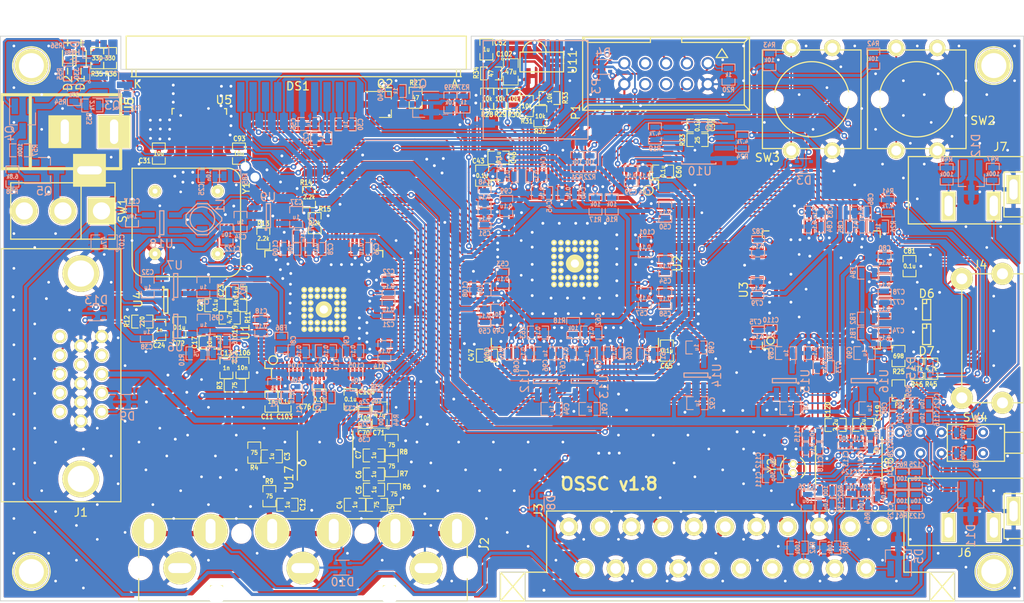
<source format=kicad_pcb>
(kicad_pcb (version 20211014) (generator pcbnew)

  (general
    (thickness 1.6)
  )

  (paper "A3")
  (layers
    (0 "F.Cu" signal)
    (1 "In1.Cu" signal)
    (2 "In2.Cu" signal)
    (31 "B.Cu" signal)
    (32 "B.Adhes" user "B.Adhesive")
    (33 "F.Adhes" user "F.Adhesive")
    (34 "B.Paste" user)
    (35 "F.Paste" user)
    (36 "B.SilkS" user "B.Silkscreen")
    (37 "F.SilkS" user "F.Silkscreen")
    (38 "B.Mask" user)
    (39 "F.Mask" user)
    (40 "Dwgs.User" user "User.Drawings")
    (41 "Cmts.User" user "User.Comments")
    (42 "Eco1.User" user "User.Eco1")
    (43 "Eco2.User" user "User.Eco2")
    (44 "Edge.Cuts" user)
    (45 "Margin" user)
    (46 "B.CrtYd" user "B.Courtyard")
    (47 "F.CrtYd" user "F.Courtyard")
    (48 "B.Fab" user)
    (49 "F.Fab" user)
  )

  (setup
    (stackup
      (layer "F.SilkS" (type "Top Silk Screen"))
      (layer "F.Paste" (type "Top Solder Paste"))
      (layer "F.Mask" (type "Top Solder Mask") (thickness 0.01))
      (layer "F.Cu" (type "copper") (thickness 0.035))
      (layer "dielectric 1" (type "core") (thickness 0.48) (material "FR4") (epsilon_r 4.5) (loss_tangent 0.02))
      (layer "In1.Cu" (type "copper") (thickness 0.035))
      (layer "dielectric 2" (type "prepreg") (thickness 0.48) (material "FR4") (epsilon_r 4.5) (loss_tangent 0.02))
      (layer "In2.Cu" (type "copper") (thickness 0.035))
      (layer "dielectric 3" (type "core") (thickness 0.48) (material "FR4") (epsilon_r 4.5) (loss_tangent 0.02))
      (layer "B.Cu" (type "copper") (thickness 0.035))
      (layer "B.Mask" (type "Bottom Solder Mask") (thickness 0.01))
      (layer "B.Paste" (type "Bottom Solder Paste"))
      (layer "B.SilkS" (type "Bottom Silk Screen"))
      (copper_finish "None")
      (dielectric_constraints no)
    )
    (pad_to_mask_clearance 0)
    (pcbplotparams
      (layerselection 0x00010fc_ffffffff)
      (disableapertmacros false)
      (usegerberextensions false)
      (usegerberattributes false)
      (usegerberadvancedattributes false)
      (creategerberjobfile false)
      (svguseinch false)
      (svgprecision 6)
      (excludeedgelayer true)
      (plotframeref false)
      (viasonmask false)
      (mode 1)
      (useauxorigin false)
      (hpglpennumber 1)
      (hpglpenspeed 20)
      (hpglpendiameter 15.000000)
      (dxfpolygonmode true)
      (dxfimperialunits true)
      (dxfusepcbnewfont true)
      (psnegative false)
      (psa4output false)
      (plotreference true)
      (plotvalue true)
      (plotinvisibletext false)
      (sketchpadsonfab false)
      (subtractmaskfromsilk false)
      (outputformat 1)
      (mirror false)
      (drillshape 0)
      (scaleselection 1)
      (outputdirectory "gerber/")
    )
  )

  (net 0 "")
  (net 1 "/fpga1/ASDO")
  (net 2 "/fpga1/DATA0")
  (net 3 "/fpga1/DCLK")
  (net 4 "/fpga1/HDMITX_HSYNC")
  (net 5 "/fpga1/HDMITX_INT_N")
  (net 6 "/fpga1/HDMITX_PCLK")
  (net 7 "/fpga1/HDMITX_R0")
  (net 8 "/fpga1/HDMITX_R1")
  (net 9 "/fpga1/HDMITX_R2")
  (net 10 "/fpga1/HDMITX_R3")
  (net 11 "/fpga1/HDMITX_R4")
  (net 12 "/fpga1/HDMITX_R5")
  (net 13 "/fpga1/HDMITX_R6")
  (net 14 "/fpga1/HDMITX_R7")
  (net 15 "/fpga1/HDMITX_VSYNC")
  (net 16 "/fpga1/IR_RX")
  (net 17 "/fpga1/LED0")
  (net 18 "/fpga1/LED1")
  (net 19 "/fpga1/SCL")
  (net 20 "/fpga1/SDA")
  (net 21 "/fpga1/SD_CLK")
  (net 22 "/fpga1/SD_CMD")
  (net 23 "/fpga1/SD_DAT0")
  (net 24 "/fpga1/SD_DAT1")
  (net 25 "/fpga1/SD_DAT2")
  (net 26 "/fpga1/SD_DAT3")
  (net 27 "/fpga1/TCK")
  (net 28 "/fpga1/TDI")
  (net 29 "/fpga1/TDO")
  (net 30 "/fpga1/TMS")
  (net 31 "/fpga1/VCCA")
  (net 32 "/fpga1/VCCD_PLL")
  (net 33 "/fpga1/VCCINT")
  (net 34 "/fpga1/nCSO")
  (net 35 "/hdmitx1/AVCC1V8")
  (net 36 "/hdmitx1/AVCC3V3")
  (net 37 "/fpga1/VCCIO")
  (net 38 "/tvp_board1/AV1_AUD_R")
  (net 39 "/tvp_board1/AV1_AUD_L")
  (net 40 "unconnected-(D3-Pad5)")
  (net 41 "unconnected-(D3-Pad4)")
  (net 42 "unconnected-(D9-Pad5)")
  (net 43 "unconnected-(D10-Pad5)")
  (net 44 "unconnected-(D13-Pad4)")
  (net 45 "/hdmitx1/DDC_SCL")
  (net 46 "/hdmitx1/DDC_SDA")
  (net 47 "unconnected-(D13-Pad5)")
  (net 48 "/hdmitx1/DVDD1V8")
  (net 49 "unconnected-(D15-Pad5)")
  (net 50 "unconnected-(J1-Pad9)")
  (net 51 "unconnected-(J1-Pad4)")
  (net 52 "unconnected-(J1-Pad11)")
  (net 53 "unconnected-(J1-Pad12)")
  (net 54 "unconnected-(J1-Pad15)")
  (net 55 "unconnected-(J3-Pad3)")
  (net 56 "unconnected-(J3-Pad8)")
  (net 57 "unconnected-(J3-Pad10)")
  (net 58 "/hdmitx1/HPD")
  (net 59 "/hdmitx1/TMDS_CLK+")
  (net 60 "/hdmitx1/TMDS_CLK-")
  (net 61 "/hdmitx1/TMDS_D0+")
  (net 62 "/hdmitx1/TMDS_D0-")
  (net 63 "/hdmitx1/TMDS_D1+")
  (net 64 "/hdmitx1/TMDS_D1-")
  (net 65 "/hdmitx1/TMDS_D2+")
  (net 66 "/hdmitx1/TMDS_D2-")
  (net 67 "/tvp_board1/AVDD")
  (net 68 "unconnected-(J3-Pad12)")
  (net 69 "unconnected-(J3-Pad16)")
  (net 70 "unconnected-(J3-Pad19)")
  (net 71 "unconnected-(J3-Pad1)")
  (net 72 "unconnected-(J4-Pad13)")
  (net 73 "unconnected-(J4-Pad14)")
  (net 74 "unconnected-(P1-Pad6)")
  (net 75 "unconnected-(P1-Pad7)")
  (net 76 "/tvp_board1/DVDD")
  (net 77 "unconnected-(P1-Pad8)")
  (net 78 "unconnected-(U1-Pad22)")
  (net 79 "/tvp_board1/VSOUT")
  (net 80 "/tvp_board1/HSOUT")
  (net 81 "/tvp_board1/SOGOUT")
  (net 82 "/tvp_board1/B_7")
  (net 83 "/tvp_board1/B_6")
  (net 84 "/tvp_board1/B_5")
  (net 85 "/tvp_board1/B_4")
  (net 86 "/tvp_board1/B_3")
  (net 87 "/tvp_board1/PCLK")
  (net 88 "/tvp_board1/B_2")
  (net 89 "/tvp_board1/B_1")
  (net 90 "/tvp_board1/B_0")
  (net 91 "unconnected-(U1-Pad37)")
  (net 92 "unconnected-(U1-Pad38)")
  (net 93 "/tvp_board1/G_7")
  (net 94 "/tvp_board1/G_6")
  (net 95 "/tvp_board1/G_5")
  (net 96 "/tvp_board1/RGB1_B")
  (net 97 "/tvp_board1/RGB1_G")
  (net 98 "/tvp_board1/RGB1_R")
  (net 99 "/tvp_board1/RGB1_S")
  (net 100 "/tvp_board1/RGB2_B")
  (net 101 "/tvp_board1/RGB2_G")
  (net 102 "/tvp_board1/RGB2_R")
  (net 103 "/tvp_board1/RGB3_B")
  (net 104 "/tvp_board1/RGB3_G")
  (net 105 "/tvp_board1/RGB3_R")
  (net 106 "/tvp_board1/G_4")
  (net 107 "GND")
  (net 108 "Net-(C1-Pad2)")
  (net 109 "Net-(C2-Pad2)")
  (net 110 "Net-(C3-Pad2)")
  (net 111 "Net-(C4-Pad2)")
  (net 112 "Net-(C5-Pad2)")
  (net 113 "Net-(C6-Pad2)")
  (net 114 "Net-(C7-Pad2)")
  (net 115 "Net-(C11-Pad2)")
  (net 116 "Net-(C12-Pad2)")
  (net 117 "Net-(C13-Pad2)")
  (net 118 "Net-(C15-Pad2)")
  (net 119 "Net-(C16-Pad2)")
  (net 120 "Net-(C17-Pad2)")
  (net 121 "Net-(C19-Pad1)")
  (net 122 "Net-(C19-Pad2)")
  (net 123 "Net-(C20-Pad2)")
  (net 124 "Net-(C24-Pad1)")
  (net 125 "Net-(C25-Pad1)")
  (net 126 "Net-(C29-Pad2)")
  (net 127 "Net-(C30-Pad1)")
  (net 128 "Net-(C30-Pad2)")
  (net 129 "Net-(C74-Pad1)")
  (net 130 "Net-(C77-Pad1)")
  (net 131 "Net-(C80-Pad1)")
  (net 132 "/tvp_board1/G_3")
  (net 133 "/tvp_board1/G_2")
  (net 134 "/tvp_board1/G_1")
  (net 135 "/tvp_board1/G_0")
  (net 136 "unconnected-(U1-Pad51)")
  (net 137 "unconnected-(U1-Pad52)")
  (net 138 "/tvp_board1/R_7")
  (net 139 "Net-(R11-Pad2)")
  (net 140 "Net-(R16-Pad2)")
  (net 141 "Net-(R24-Pad1)")
  (net 142 "Net-(R25-Pad1)")
  (net 143 "Net-(R26-Pad1)")
  (net 144 "/tvp_board1/R_6")
  (net 145 "/tvp_board1/R_5")
  (net 146 "/tvp_board1/R_4")
  (net 147 "/tvp_board1/R_3")
  (net 148 "/tvp_board1/R_2")
  (net 149 "/tvp_board1/R_1")
  (net 150 "/tvp_board1/R_0")
  (net 151 "unconnected-(U1-Pad64)")
  (net 152 "unconnected-(U1-Pad65)")
  (net 153 "/tvp_board1/CLK27")
  (net 154 "/fpga1/HDMITX_DE")
  (net 155 "/fpga1/HDMITX_B0")
  (net 156 "/fpga1/HDMITX_B1")
  (net 157 "/fpga1/HDMITX_B2")
  (net 158 "/fpga1/HDMITX_B3")
  (net 159 "/fpga1/HDMITX_B4")
  (net 160 "/fpga1/HDMITX_B5")
  (net 161 "/fpga1/HDMITX_B6")
  (net 162 "/fpga1/HDMITX_B7")
  (net 163 "Net-(R17-Pad1)")
  (net 164 "Net-(R18-Pad2)")
  (net 165 "Net-(R19-Pad1)")
  (net 166 "Net-(R23-Pad2)")
  (net 167 "Net-(DS1-Pad11)")
  (net 168 "/fpga1/HDMITX_G0")
  (net 169 "/fpga1/HDMITX_G1")
  (net 170 "Net-(F1-Pad1)")
  (net 171 "/tvp_board1/RGB_12_G")
  (net 172 "/tvp_board1/RGB_12_R")
  (net 173 "Net-(C76-Pad2)")
  (net 174 "/tvp_board1/RGB_12_B")
  (net 175 "Net-(C100-Pad2)")
  (net 176 "Net-(C103-Pad2)")
  (net 177 "Net-(C104-Pad2)")
  (net 178 "Net-(C105-Pad2)")
  (net 179 "/tvp_board1/RGB3_HS")
  (net 180 "/tvp_board1/RGB3_VS")
  (net 181 "/tvp_board1/RGB3_VS_B")
  (net 182 "/tvp_board1/RGB3_HS_B")
  (net 183 "Net-(C106-Pad1)")
  (net 184 "/fpga1/LCD_CS_N")
  (net 185 "/fpga1/LCD_RS")
  (net 186 "/fpga1/BTN0")
  (net 187 "/fpga1/BTN1")
  (net 188 "Net-(C23-Pad1)")
  (net 189 "/tvp_board1/AVDD_F")
  (net 190 "Net-(C102-Pad1)")
  (net 191 "Net-(C33-Pad2)")
  (net 192 "Net-(C36-Pad1)")
  (net 193 "/fpga1/RESET_N")
  (net 194 "Net-(Q1-Pad1)")
  (net 195 "Net-(Q1-Pad3)")
  (net 196 "Net-(Q2-Pad1)")
  (net 197 "Net-(Q2-Pad3)")
  (net 198 "/fpga1/LCD_BLEN")
  (net 199 "/hdmitx1/5V")
  (net 200 "/hdmitx1/5V_FUSED")
  (net 201 "Net-(C111-Pad1)")
  (net 202 "Net-(C112-Pad1)")
  (net 203 "/hdmitx1/AV2_AUD_R")
  (net 204 "Net-(C116-Pad2)")
  (net 205 "/fpga1/HDMITX_G2")
  (net 206 "Net-(C119-Pad1)")
  (net 207 "Net-(C120-Pad1)")
  (net 208 "/hdmitx1/AV2_AUD_L")
  (net 209 "Net-(C121-Pad2)")
  (net 210 "/fpga1/HDMITX_G3")
  (net 211 "Net-(C123-Pad1)")
  (net 212 "/hdmitx1/AV3_AUD_R")
  (net 213 "Net-(C124-Pad1)")
  (net 214 "Net-(C125-Pad1)")
  (net 215 "/hdmitx1/AV3_AUD_L")
  (net 216 "Net-(C126-Pad1)")
  (net 217 "/fpga1/HDMITX_G4")
  (net 218 "/hdmitx1/I2S_DATA")
  (net 219 "/hdmitx1/I2S_WS")
  (net 220 "/hdmitx1/I2S_BCK")
  (net 221 "/fpga1/HDMITX_G5")
  (net 222 "/fpga1/HDMITX_G6")
  (net 223 "/fpga1/HDMITX_G7")
  (net 224 "unconnected-(U3-Pad45)")
  (net 225 "unconnected-(U8-Pad19)")
  (net 226 "Net-(D1-Pad2)")
  (net 227 "Net-(D2-Pad2)")
  (net 228 "unconnected-(U8-Pad20)")
  (net 229 "unconnected-(U8-Pad21)")
  (net 230 "unconnected-(U8-Pad22)")
  (net 231 "unconnected-(U8-Pad3)")
  (net 232 "unconnected-(U8-Pad4)")
  (net 233 "unconnected-(U8-Pad5)")
  (net 234 "/tvp_board1/DVDD2V5")
  (net 235 "Net-(C127-Pad2)")
  (net 236 "Net-(C128-Pad1)")
  (net 237 "Net-(C129-Pad2)")
  (net 238 "Net-(C130-Pad1)")
  (net 239 "Net-(C131-Pad1)")
  (net 240 "Net-(C132-Pad2)")
  (net 241 "Net-(D11-Pad2)")
  (net 242 "Net-(D11-Pad1)")
  (net 243 "unconnected-(U17-Pad1)")
  (net 244 "Net-(D14-Pad1)")
  (net 245 "unconnected-(U17-Pad20)")
  (net 246 "Net-(F1-Pad2)")
  (net 247 "Net-(L1-Pad1)")
  (net 248 "Net-(Q3-Pad2)")
  (net 249 "Net-(Q3-Pad1)")
  (net 250 "Net-(Q4-Pad3)")
  (net 251 "Net-(Q4-Pad1)")
  (net 252 "Net-(Q5-Pad3)")
  (net 253 "unconnected-(Y1-Pad1)")

  (footprint "custom_components:SM0603_Capa_libcms" (layer "F.Cu") (at 40.3965 68.1727))

  (footprint "custom_components:SM0603_Capa_libcms" (layer "F.Cu") (at 50.5184 74.066 180))

  (footprint "custom_components:SM0603_Capa_libcms" (layer "F.Cu") (at 52.8425 72.224 180))

  (footprint "custom_components:SM0603_Capa_libcms" (layer "F.Cu") (at 52.8171 70.3571 180))

  (footprint "custom_components:SM0603_Capa_libcms" (layer "F.Cu") (at 52.8171 68.0584 180))

  (footprint "custom_components:SM0603_Capa_libcms" (layer "F.Cu") (at 40.3584 61.5052 90))

  (footprint "custom_components:SM0603_Capa_libcms" (layer "F.Cu") (at 42.301 74.066))

  (footprint "custom_components:SM0603_Capa_libcms" (layer "F.Cu") (at 34.872 57.4158 90))

  (footprint "custom_components:SM0603_Capa_libcms" (layer "F.Cu") (at 32.84 54.317))

  (footprint "custom_components:SM0603_Capa_libcms" (layer "F.Cu") (at 35.277 51.283 180))

  (footprint "custom_components:SM0603_Capa_libcms" (layer "F.Cu") (at 33.528 49.779))

  (footprint "custom_components:SM0603_Capa_libcms" (layer "F.Cu") (at 36.062 48.265 180))

  (footprint "custom_components:SM0603_Capa_libcms" (layer "F.Cu") (at 26.7059 52.7803 -90))

  (footprint "custom_components:SM0603_Capa_libcms" (layer "F.Cu") (at 26.645 31.313 90))

  (footprint "custom_components:SM0603_Capa_libcms" (layer "F.Cu") (at 66 34 90))

  (footprint "custom_components:SM0603_Capa_libcms" (layer "F.Cu") (at 68 31.8 180))

  (footprint "custom_components:SM0603_Capa_libcms" (layer "F.Cu") (at 66.6 55.9 180))

  (footprint "custom_components:SM0603_Capa_libcms" (layer "F.Cu") (at 66.5204 18.63 -90))

  (footprint "custom_components:SM0603_Capa_libcms" (layer "F.Cu") (at 92.2125 27.8883 180))

  (footprint "custom_components:SM0603_Capa_libcms" (layer "F.Cu") (at 88.021 33.498))

  (footprint "custom_components:SM0603_Capa_libcms" (layer "F.Cu") (at 88.5 55.3 -90))

  (footprint "custom_components:SM0603_Capa_libcms" (layer "F.Cu") (at 118.04 45.01 -90))

  (footprint "custom_components:SM0603_Capa_libcms" (layer "F.Cu") (at 36.405 31.318 90))

  (footprint "custom_components:SM0805_libcms" (layer "F.Cu") (at 69.494 21.361 -90))

  (footprint "custom_components:BARREL_JACK_roundconn" (layer "F.Cu") (at 15.002 28.649))

  (footprint "custom_components:VGA_CONN" (layer "F.Cu") (at 17.1555 59.2954 -90))

  (footprint "custom_components:IRM-V5XX_TR1" (layer "F.Cu") (at 73.2641 21.3605))

  (footprint "Connect:VASCH5x2" (layer "F.Cu") (at 88.4 21.59 180))

  (footprint "Connect:1pin" (layer "F.Cu") (at 11.13 20.6))

  (footprint "Connect:1pin" (layer "F.Cu") (at 11.13 82.2))

  (footprint "Connect:1pin" (layer "F.Cu") (at 128.3 82.2))

  (footprint "Connect:1pin" (layer "F.Cu") (at 128.3 20.6))

  (footprint "custom_components:SM0603_Resistor_libcms" (layer "F.Cu") (at 38.2629 67.7155 90))

  (footprint "custom_components:SM0603_Resistor_libcms" (layer "F.Cu") (at 53.1727 74.0782))

  (footprint "custom_components:SM0603_Resistor_libcms" (layer "F.Cu") (at 55.2809 72.7701 -90))

  (footprint "custom_components:SM0603_Resistor_libcms" (layer "F.Cu") (at 55.0015 69.3665 90))

  (footprint "custom_components:SM0603_Resistor_libcms" (layer "F.Cu") (at 54.997 66.785 90))

  (footprint "custom_components:SM0603_Resistor_libcms" (layer "F.Cu") (at 40.104 73.015 90))

  (footprint "custom_components:SM0603_Resistor_libcms" (layer "F.Cu") (at 36.063 49.779))

  (footprint "custom_components:SM0603_Resistor_libcms" (layer "F.Cu") (at 24.6358 51.7643 180))

  (footprint "custom_components:SM0603_Resistor_libcms" (layer "F.Cu") (at 39.37 41.656 -90))

  (footprint "custom_components:SM0603_Resistor_libcms" (layer "F.Cu") (at 44.931 36.606 90))

  (footprint "custom_components:SM0603_Resistor_libcms" (layer "F.Cu") (at 45.6162 39.7755 -90))

  (footprint "custom_components:SM0603_Resistor_libcms" (layer "F.Cu") (at 92.2252 29.6663))

  (footprint "custom_components:SM0603_Resistor_libcms" (layer "F.Cu") (at 116.693 55.961 -90))

  (footprint "custom_components:SM0603_Resistor_libcms" (layer "F.Cu") (at 66.6093 24.6371 90))

  (footprint "custom_components:SM0603_Resistor_libcms" (layer "F.Cu") (at 68.2222 24.6498 90))

  (footprint "custom_components:SM0603_Resistor_libcms" (layer "F.Cu") (at 69.8351 24.6498 90))

  (footprint "custom_components:SM0603_Resistor_libcms" (layer "F.Cu") (at 71.448 25.5261 90))

  (footprint "custom_components:SM0603_Resistor_libcms" (layer "F.Cu") (at 73.0863 26.758 90))

  (footprint "custom_components:SM0603_Resistor_libcms" (layer "F.Cu") (at 74.2293 24.5482))

  (footprint "custom_components:SM0603_Resistor_libcms" (layer "F.Cu") (at 67.1046 21.551 180))

  (footprint "custom_components:SM0603_Resistor_libcms" (layer "F.Cu") (at 19.159 19.691 -90))

  (footprint "custom_components:SM0603_Resistor_libcms" (layer "F.Cu") (at 20.709 19.687 -90))

  (footprint "custom_components:TQFP-100_thermal" (layer "F.Cu") (at 46.736 50.292 90))

  (footprint "custom_components:3xRCA_CONN" (layer "F.Cu") (at 44.196 81.7762))

  (footprint "custom_components:TQFP-144_thermal" (layer "F.Cu")
    (tedit 56867A9C) (tstamp 00000000-0000-0000-0000-000055a1e0e7)
    (at 77.3 44.7 -90)
    (descr "P/PG-TQFP-144-2, -3, -7 (see MAXIM 21-0087.PDF and 90-0144.PDF)")
    (tags "QFP 0.5")
    (property "Sheetfile" "fpga.kicad_sch")
    (property "Sheetname" "fpga1")
    (path "/00000000-0000-0000-0000-000054fe3a8c/00000000-0000-0000-0000-000054fe3d0c")
    (attr smd)
    (fp_text reference "U2" (at 0 -12.475 -90) (layer "F.SilkS")
      (effects (font (size 1 1) (thickness 0.15)))
      (tstamp eef1617b-803a-49c3-b08a-1db35075471d)
    )
    (fp_text value "EP4CE15E22" (at 0 12.475 -90) (layer "F.Fab")
      (effects (font (size 1 1) (thickness 0.15)))
      (tstamp d5b7e3fd-5b86-4909-a883-a49d6720b0a4)
    )
    (fp_line (start 10.175 10.175) (end 9.1 10.175) (layer "F.SilkS") (width 0.15) (tstamp 25d85ac4-49d9-4f51-9a7e-96ed6098b3ee))
    (fp_line (start -10.175 -9.1) (end -11.275 -9.1) (layer "F.SilkS") (width 0.15) (tstamp 30f39d53-8f80-4916-9ac7-057ac040b90a))
    (fp_line (start -10.175 -10.175) (end -10.175 -9.1) (layer "F.SilkS") (width 0.15) (tstamp 3558ed6e-711a-493c-9eff-a48d444cc556))
    (fp_line (start 10.175 10.175) (end 10.175 9.1) (layer "F.SilkS") (width 0.15) (tstamp 3ba26bbe-8562-430c-b806-843447502c0b))
    (fp_line (start -10.175 10.175) (end -9.1 10.175) (layer "F.SilkS") (width 0.15) (tstamp 975622be-fb68-4753-b6d7-9e86c2f84344))
    (fp_line (start 10.175 -10.175) (end 9.1 -10.175) (layer "F.SilkS") (width 0.15) (tstamp c9d6f710-9d3c-46d5-9a1d-5e2971fb146b))
    (fp_line (start 10.175 -10.175) (end 10.175 -9.1) (layer "F.SilkS") (width 0.15) (tstamp ccab7bc2-318e-477c-9811-7f7e7d58547f))
    (fp_line (start -10.175 -10.175) (end -9.1 -10.175) (layer "F.SilkS") (width 0.15) (tstamp cfbfbec9-09a3-4e92-a2d5-49e5d862c70a))
    (fp_line (start -10.175 10.175) (end -10.175 9.1) (layer "F.SilkS") (width 0.15) (tstamp e5c72976-c228-44ef-8299-d4cc7fdc17a6))
    (fp_circle (center -8.91794 -8.93064) (end -8.54456 -8.47344) (layer "F.SilkS") (width 0.15) (fill none) (tstamp 94ff5823-f4bf-4e22-8a9f-d99ff5e43636))
    (fp_line (start 11.75 -11.75) (end 11.75 11.75) (layer "F.CrtYd") (width 0.05) (tstamp 06baf694-aae9-40ee-a8b0-cd56271c0db1))
    (fp_line (start -11.75 11.75) (end 11.75 11.75) (layer "F.CrtYd") (width 0.05) (tstamp 1a5b86ef-7e25-4df9-9631-46951e62da1c))
    (fp_line (start -11.75 -11.75) (end 11.75 -11.75) (layer "F.CrtYd") (width 0.05) (tstamp 40f27947-3902-4235-a9f3-f7757418b180))
    (fp_line (start -11.75 -11.75) (end -11.75 11.75) (layer "F.CrtYd") (width 0.05) (tstamp 5b2cbec1-173b-4f13-91ec-7f5b0f45cfc2))
    (pad "1" smd rect locked (at -10.8 -8.75 270) (size 1.6 0.3) (layers "F.Cu" "F.Paste" "F.Mask")
      (net 32 "/fpga1/VCCD_PLL") (pinfunction "VCCD_PLL3") (pintype "power_in") (tstamp 29bade07-3619-4b75-8614-380e5d216724))
    (pad "2" smd rect locked (at -10.8 -8.25 270) (size 1.6 0.3) (layers "F.Cu" "F.Paste" "F.Mask")
      (net 107 "GND") (pinfunction "GNDA3") (pintype "power_in") (tstamp 1862581f-2525-4585-a080-e75b085b227c))
    (pad "3" smd rect locked (at -10.8 -7.75 270) (size 1.6 0.3) (layers "F.Cu" "F.Paste" "F.Mask")
      (net 31 "/fpga1/VCCA") (pinfunction "VCCA3") (pintype "power_in") (tstamp 82dc8331-888a-484b-bacd-011d8ad4eaee))
    (pad "4" smd rect locked (at -10.8 -7.25 270) (size 1.6 0.3) (layers "F.Cu" "F.Paste" "F.Mask")
      (net 107 "GND") (pinfunction "GND") (pintype "power_in") (tstamp 157243cd-e86d-4227-a806-59f87474f46f))
    (pad "5" smd rect locked (at -10.8 -6.75 270) (size 1.6 0.3) (layers "F.Cu" "F.Paste" "F.Mask")
      (net 33 "/fpga1/VCCINT") (pinfunction "VCCINT") (pintype "power_in") (tstamp 5e4bc6b4-9d88-43ef-a168-6586fea6c5c1))
    (pad "6" smd rect locked (at -10.8 -6.25 270) (size 1.6 0.3) (layers "F.Cu" "F.Paste" "F.Mask")
      (net 1 "/fpga1/ASDO") (pinfunction "DATA1") (pintype "bidirectional") (tstamp 9d1e99b5-e2d8-425a-86e1-01e6269c8854))
    (pad "7" smd rect locked (at -10.8 -5.75 270) (size 1.6 0.3) (layers "F.Cu" "F.Paste" "F.Mask")
      (net 12 "/fpga1/HDMITX_R5") (pinfunction "IO7") (pintype "bidirectional") (tstamp 3bea58ca-f951-409c-a105-ffae4851f8c9))
    (pad "8" smd rect locked (at -10.8 -5.25 270) (size 1.6 0.3) (layers "F.Cu" "F.Paste" "F.Mask")
      (net 34 "/fpga1/nCSO") (pinfunction "FLASH_nCE") (pintype "bidirectional") (tstamp 159071cb-c43e-4d0d-a30b-8366af8c8229))
    (pad "9" smd rect locked (at -10.8 -4.75 270) (size 1.6 0.3) (layers "F.Cu" "F.Paste" "F.Mask")
      (net 140 "Net-(R16-Pad2)") (pinfunction "nSTATUS") (pintype "bidirectional") (tstamp c84e26b5-03b0-4340-ac29-a07a2282eda4))
    (pad "10" smd rect locked (at -10.8 -4.25 270) (size 1.6 0.3) (layers "F.Cu" "F.Paste" "F.Mask")
      (net 13 "/fpga1/HDMITX_R6") (pinfunction "IO10") (pintype "bidirectional") (tstamp 566e9eaf-5ddb-4b9e-9534-fcaaaa25446c))
    (pad "11" smd rect locked (at -10.8 -3.75 270) (size 1.6 0.3) (layers "F.Cu" "F.Paste" "F.Mask")
      (net 14 "/fpga1/HDMITX_R7") (pinfunction "IO11") (pintype "bidirectional") (tstamp 7702c425-321f-49d3-8d92-087cb32ce9d2))
    (pad "12" smd rect locked (at -10.8 -3.25 270) (size 1.6 0.3) (layers "F.Cu" "F.Paste" "F.Mask")
      (net 3 "/fpga1/DCLK") (pinfunction "DCLK") (pintype "bidirectional") (tstamp d09b92f8-5372-448e-a57a-23196426561b))
    (pad "13" smd rect locked (at -10.8 -2.75 270) (size 1.6 0.3) (layers "F.Cu" "F.Paste" "F.Mask")
      (net 2 "/fpga1/DATA0") (pinfunction "DATA0") (pintype "bidirectional") (tstamp 0ea30842-4fac-4625-9b51-4a4dbe144712))
    (pad "14" smd rect locked (at -10.8 -2.25 270) (size 1.6 0.3) (layers "F.Cu" "F.Paste" "F.Mask")
      (net 163 "Net-(R17-Pad1)") (pinfunction "nCONFIG") (pintype "bidirectional") (tstamp 4a922147-3fe0-42c0-af9e-f0ae4df249c3))
    (pad "15" smd rect locked (at -10.8 -1.75 270) (size 1.6 0.3) (layers "F.Cu" "F.Paste" "F.Mask")
      (net 28 "/fpga1/TDI") (pinfunction "TDI") (pintype "bidirectional") (tstamp 99c22012-88e5-4396-b364-0c0e4dd522ff))
    (pad "16" smd rect locked (at -10.8 -1.25 270) (size 1.6 0.3) (layers "F.Cu" "F.Paste" "F.Mask")
      (net 27 "/fpga1/TCK") (pinfunction "TCK") (pintype "bidirectional") (tstamp 2a84a7a9-a0e7-40d2-99b2-bc000a7cd748))
    (pad "17" smd rect locked (at -10.8 -0.75 270) (size 1.6 0.3) (layers "F.Cu" "F.Paste" "F.Mask")
      (net 37 "/fpga1/VCCIO") (pinfunction "VCCIO1") (pintype "power_in") (tstamp 143b191b-7bd4-4729-8c78-ad723a3931de))
    (pad "18" smd rect locked (at -10.8 -0.25 270) (size 1.6 0.3) (layers "F.Cu" "F.Paste" "F.Mask")
      (net 30 "/fpga1/TMS") (pinfunction "TMS") (pintype "bidirectional") (tstamp 33034710-c35e-4b87-95a5-6fb2da4dc6b9))
    (pad "19" smd rect locked (at -10.8 0.25 270) (size 1.6 0.3) (layers "F.Cu" "F.Paste" "F.Mask")
      (net 107 "GND") (pinfunction "GND") (pintype "power_in") (tstamp c6eef106-8bd2-425b-b7f5-261c586eec51))
    (pad "20" smd rect locked (at -10.8 0.75 270) (size 1.6 0.3) (layers "F.Cu" "F.Paste" "F.Mask")
      (net 29 "/fpga1/TDO") (pinfunction "TDO") (pintype "bidirectional") (tstamp b8a283fb-dc6f-473b-9e7c-2a28f6941659))
    (pad "21" smd rect locked (at -10.8 1.25 270) (size 1.6 0.3) (layers "F.Cu" "F.Paste" "F.Mask")
      (net 107 "GND") (pinfunction "nCE") (pintype "input") (tstamp c77f9c58-3dac-41d6-bc83-0a4e77e4b2ea))
    (pad "22" smd rect locked (at -10.8 1.75 270) (size 1.6 0.3) (layers "F.Cu" "F.Paste" "F.Mask")
      (net 107 "GND") (pinfunction "GND") (pintype "power_in") (tstamp 1866f365-b71a-4fce-ac64-d81d3f66c2a0))
    (pad "23" smd rect locked (at -10.8 2.25 270) (size 1.6 0.3) (layers "F.Cu" "F.Paste" "F.Mask")
      (net 16 "/fpga1/IR_RX") (pinfunction "CLK1") (pintype "input") (tstamp 7c424249-b799-4e19-a627-daed09e40660))
    (pad "24" smd rect locked (at -10.8 2.75 270) (size 1.6 0.3) (layers "F.Cu" "F.Paste" "F.Mask")
      (net 107 "GND") (pinfunction "CLK2") (pintype "input") (tstamp 392c1cf0-7507-4b58-b7f9-02fcd1cfad14))
    (pad "25" smd rect locked (at -10.8 3.25 270) (size 1.6 0.3) (layers "F.Cu" "F.Paste" "F.Mask")
      (net 153 "/tvp_board1/CLK27") (pinfunction "CLK3") (pintype "input") (tstamp c3eab378-889b-4ad9-857c-e37d768a18d7))
    (pad "26" smd rect locked (at -10.8 3.75 270) (size 1.6 0.3) (layers "F.Cu" "F.Paste" "F.Mask")
      (net 37 "/fpga1/VCCIO") (pinfunction "VCCIO2") (pintype "power_in") (tstamp 6da25418-6e16-43fd-b847-401bfda20b08))
    (pad "27" smd rect locked (at -10.8 4.25 270) (size 1.6 0.3) (layers "F.Cu" "F.Paste" "F.Mask")
      (net 107 "GND") (pinfunction "GND") (pintype "power_in") (tstamp c3c478d9-178e-4b47-9445-349b94449a26))
    (pad "28" smd rect locked (at -10.8 4.75 270) (size 1.6 0.3) (layers "F.Cu" "F.Paste" "F.Mask")
      (net 25 "/fpga1/SD_DAT2") (pinfunction "IO28") (pintype "bidirectional") (tstamp c35093bc-2e71-4761-8ba6-4f6a443c78f6))
    (pad "29" smd rect locked (at -10.8 5.25 270) (size 1.6 0.3) (layers "F.Cu" "F.Paste" "F.Mask")
      (net 33 "/fpga1/VCCINT") (pinfunction "VCCINT") (pintype "power_in") (tstamp fb2f053b-f09c-47c9-8338-8ae0c1540561))
    (pad "30" smd rect locked (at -10.8 5.75 270) (size 1.6 0.3) (layers "F.Cu" "F.Paste" "F.Mask")
      (net 26 "/fpga1/SD_DAT3") (pinfunction "IO30") (pintype "bidirectional") (tstamp cf2179a4-1414-45c5-a19a-cc58b65eb8d8))
    (pad "31" smd rect locked (at -10.8 6.25 270) (size 1.6 0.3) (layers "F.Cu" "F.Paste" "F.Mask")
      (net 22 "/fpga1/SD_CMD") (pinfunction "IO31") (pintype "bidirectional") (tstamp ac1202ae-793d-4b07-b101-1aaaa19f1d3e))
    (pad "32" smd rect locked (at -10.8 6.75 270) (size 1.6 0.3) (layers "F.Cu" "F.Paste" "F.Mask")
      (net 21 "/fpga1/SD_CLK") (pinfunction "IO32") (pintype "bidirectional") (tstamp 4b42d6fb-ce21-4f1f-abf9-b65ec2d061af))
    (pad "33" smd rect locked (at -10.8 7.25 270) (size 1.6 0.3) (layers "F.Cu" "F.Paste" "F.Mask")
      (net 23 "/fpga1/SD_DAT0") (pinfunction "IO33") (pintype "bidirectional") (tstamp 546dd213-ebdb-4d49-a7c8-721d0bd5be09))
    (pad "34" smd rect locked (at -10.8 7.75 270) (size 1.6 0.3) (layers "F.Cu" "F.Paste" "F.Mask")
      (net 33 "/fpga1/VCCINT") (pinfunction "VCCINT") (pintype "power_in") (tstamp 49dbd5de-7aa3-43b6-ac00-4c81fb515810))
    (pad "35" smd rect locked (at -10.8 8.25 270) (size 1.6 0.3) (layers "F.Cu" "F.Paste" "F.Mask")
      (net 31 "/fpga1/VCCA") (pinfunction "VCCA1") (pintype "power_in") (tstamp 78468e91-0af3-49d4-8fed-23b6512f62d2))
    (pad "36" smd rect locked (at -10.8 8.75 270) (size 1.6 0.3) (layers "F.Cu" "F.Paste" "F.Mask")
      (net 107 "GND") (pinfunction "GNDA1") (pintype "power_in") (tstamp 993f2641-cd72-488b-8570-811817789d0c))
    (pad "37" smd rect locked (at -8.75 10.8) (size 1.6 0.3) (layers "F.Cu" "F.Paste" "F.Mask")
      (net 32 "/fpga1/VCCD_PLL") (pinfunction "VCCD_PLL1") (pintype "power_in") (tstamp 6f2f8c1e-c574-44f0-b619-9d5414d32e73))
    (pad "38" smd rect locked (at -8.25 10.8) (size 1.6 0.3) (layers "F.Cu" "F.Paste" "F.Mask")
      (net 33 "/fpga1/VCCINT") (pinfunction "VCCINT") (pintype "power_in") (tstamp 17511daf-6e6a-46ab-a80b-7117ab7a83f6))
    (pad "39" smd rect locked (at -7.75 10.8) (size 1.6 0.3) (layers "F.Cu" "F.Paste" "F.Mask")
      (net 24 "/fpga1/SD_DAT1") (pinfunction "IO39") (pintype "bidirectional") (tstamp b4a96d3e-da5b-4676-af2e-83971ba2ba46))
    (pad "40" smd rect locked (at -7.25 10.8) (size 1.6 0.3) (layers "F.Cu" "F.Paste" "F.Mask")
      (net 37 "/fpga1/VCCIO") (pinfunction "VCCIO3") (pintype "power_in") (tstamp 14d45c19-c716-4c25-8349-148871a376fc))
    (pad "41" thru_hole circle locked (at -0.85 -2.55 270) (size 0.69 0.69) (drill 0.33) (layers *.Cu *.Mask "F.SilkS")
      (net 107 "GND") (pinfunction "GND") (pintype "power_in") (tstamp 003f907b-6086-487c-afbc-d04c6e2db406))
    (pad "41" thru_hole circle locked (at -1.7 0 270) (size 0.69 0.69) (drill 0.33) (layers *.Cu *.Mask "F.SilkS")
      (net 107 "GND") (pinfunction "GND") (pintype "power_in") (tstamp 05adbe12-8577-4c95-a599-bacc9fff5b45))
    (pad "41" thru_hole circle locked (at -2.55 0 270) (size 0.69 0.69) (drill 0.33) (layers *.Cu *.Mask "F.SilkS")
      (net 107 "GND") (pinfunction "GND") (pintype "power_in") (tstamp 0e6096bb-24fb-4651-a132-716fb3343c93))
    (pad "41" thru_hole circle locked (at -0.85 2.55 270) (size 0.69 0.69) (drill 0.33) (layers *.Cu *.Mask "F.SilkS")
      (net 107 "GND") (pinfunction "GND") (pintype "power_in") (tstamp 10936c97-7ac4-405c-a68d-8f17c327551d))
    (pad "41" thru_hole circle locked (at -2.55 2.55 270) (size 0.69 0.69) (drill 0.33) (layers *.Cu *.Mask "F.SilkS")
      (net 107 "GND") (pinfunction "GND") (pintype "power_in") (tstamp 12e9f05a-0d20-4e7d-8fdb-2e9e545eb990))
    (pad "41" thru_hole circle locked (at 0 -1.7 270) (size 0.69 0.69) (drill 0.33) (layers *.Cu *.Mask "F.SilkS")
      (net 107 "GND") (pinfunction "GND") (pintype "power_in") (tstamp 26688388-f201-478a-ad61-60b0bfc279be))
    (pad "41" thru_hole circle locked (at 1.7 -0.85 270) (size 0.69 0.69) (drill 0.33) (layers *.Cu *.Mask "F.SilkS")
      (net 107 "GND") (pinfunction "GND") (pintype "power_in") (tstamp 26a71890-64a8-440e-b37c-88bd4c4d2796))
    (pad "41" thru_hole circle locked (at 2.55 -0.85 270) (size 0.69 0.69) (drill 0.33) (layers *.Cu *.Mask "F.SilkS")
      (net 107 "GND") (pinfunction "GND") (pintype "power_in") (tstamp 2d9920f3-d87f-41bf-a9a3-68a055452645))
    (pad "41" thru_hole circle locked (at 1.7 2.55 270) (size 0.69 0.69) (drill 0.33) (layers *.Cu *.Mask "F.SilkS")
      (net 107 "GND") (pinfunction "GND") (pintype "power_in") (tstamp 351255b1-ebd0-49e8-a2a7-ffff73c64395))
    (pad "41" thru_hole circle locked (at 1.7 0.85 270) (size 0.69 0.69) (drill 0.33) (layers *.Cu *.Mask "F.SilkS")
      (net 107 "GND") (pinfunction "GND") (pintype "power_in") (tstamp 35d3ec64-841b-4d3a-9091-eb1002922114))
    (pad "41" thru_hole circle locked (at 2.55 2.55 270) (size 0.69 0.69) (drill 0.33) (layers *.Cu *.Mask "F.SilkS")
      (net 107 "GND") (pinfunction "GND") (pintype "power_in") (tstamp 40e5f619-4d57-4cef-bdd1-d2480b98e95b))
    (pad "41" thru_hole circle locked (at -2.55 -1.7 270) (size 0.69 0.69) (drill 0.33) (layers *.Cu *.Mask "F.SilkS")
      (net 107 "GND") (pinfunction "GND") (pintype "power_in") (tstamp 4991f339-43e3-4b11-8c41-6c30469d4304))
    (pad "41" thru_hole circle locked (at 2.55 0 270) (size 0.69 0.69) (drill 0.33) (layers *.Cu *.Mask "F.SilkS")
      (net 107 "GND") (pinfunction "GND") (pintype "power_in") (tstamp 4bc68a55-bc73-4510-b137-883da78b0fd6))
    (pad "41" thru_hole circle locked (at 2.55 0.85 270) (size 0.69 0.69) (drill 0.33) (layers *.Cu *.Mask "F.SilkS")
      (net 107 "GND") (pinfunction "GND") (pintype "power_in") (tstamp 59b3fa14-d113-4156-ba77-9e1a72970dcc))
    (pad "41" thru_hole circle locked (at 0 1.7 270) (size 0.69 0.69) (drill 0.33) (layers *.Cu *.Mask "F.SilkS")
      (net 107 "GND") (pinfunction "GND") (pintype "power_in") (tstamp 5ae58c5f-8e7a-4780-97d6-011c2fb9cc0b))
    (pad "41" thru_hole circle locked (at -2.55 -0.85 270) (size 0.69 0.69) (drill 0.33) (layers *.Cu *.Mask "F.SilkS")
      (net 107 "GND") (pinfunction "GND") (pintype "power_in") (tstamp 68958b44-e2c8-4c7c-beef-3fce423d78ea))
    (pad "41" thru_hole circle locked (at -1.7 -2.55 270) (size 0.69 0.69) (drill 0.33) (layers *.Cu *.Mask "F.SilkS")
      (net 107 "GND") (pinfunction "GND") (pintype "power_in") (tstamp 6d062e5c-3bcb-49a2-97a5-839744b6f68f))
    (pad "41" thru_hole circle locked (at 0 -2.55 270) (size 0.69 0.69) (drill 0.33) (layers *.Cu *.Mask "F.SilkS")
      (net 107 "GND") (pinfunction "GND") (pintype "power_in") (tstamp 78404151-82c0-40a1-b020-468cce604548))
    (pad "41" thru_hole circle locked (at 0 0 270) (size 2.2 2.2) (drill 1) (layers *.Cu *.Mask "F.SilkS")
      (net 107 "GND") (pinfunction "GND") (pintype "power_in") (tstamp 7a12e023-5a39-4e50-8402-fe8c4bc9dcb4))
    (pad "41" thru_hole circle locked (at 2.55 -2.55 270) (size 0.69 0.69) (drill 0.33) (layers *.Cu *.Mask "F.SilkS")
      (net 107 "GND") (pinfunction "GND") (pintype "power_in") (tstamp 7cc37ac9-dda4-4d31-90c9-ba99489d3847))
    (pad "41" thru_hole circle locked (at 1.7 -2.55 270) (size 0.69 0.69) (drill 0.33) (layers *.Cu *.Mask "F.SilkS")
      (net 107 "GND") (pinfunction "GND") (pintype "power_in") (tstamp 7ff891a1-b0e3-4ad2-adeb-0f70b8115eb4))
    (pad "41" thru_hole circle locked (at -2.55 1.7 270) (size 0.69 0.69) (drill 0.33) (layers *.Cu *.Mask "F.SilkS")
      (net 107 "GND") (pinfunction "GND") (pintype "power_in") (tstamp 826e7696-ddb2-4442-b566-610b08253146))
    (pad "41" thru_hole circle locked (at -2.55 -2.55 270) (size 0.69 0.69) (drill 0.33) (layers *.Cu *.Mask "F.SilkS")
      (net 107 "GND") (pinfunction "GND") (pintype "power_in") (tstamp 84f2775b-c1c3-4b0f-98ac-c7b5d4db8c47))
    (pad "41" thru_hole circle locked (at -1.7 -1.7 270) (size 0.69 0.69) (drill 0.33) (layers *.Cu *.Mask "F.SilkS")
      (net 107 "GND") (pinfunction "GND") (pintype "power_in") (tstamp 864f71da-a7b2-435d-a468-dacc3f89703b))
    (pad "41" thru_hole circle locked (at 0.85 -2.55 270) (size 0.69 0.69) (drill 0.33) (layers *.Cu *.Mask "F.SilkS")
      (net 107 "GND") (pinfunction "GND") (pintype "power_in") (tstamp 968cd614-ac8a-4676-969d-ad6d3dce7100))
    (pad "41" thru_hole circle locked (at 0 2.55 270) (size 0.69 0.69) (drill 0.33) (layers *.Cu *.Mask "F.SilkS")
      (net 107 "GND") (pinfunction "GND") (pintype "power_in") (tstamp 988667b8-f268-4842-a2b0-3f408def2d46))
    (pad "41" thru_hole circle locked (at 1.7 -1.7 270) (size 0.69 0.69) (drill 0.33) (layers *.Cu *.Mask "F.SilkS")
      (net 107 "GND") (pinfunction "GND") (pintype "power_in") (tstamp 9ee09f67-498a-4823-ae9a-33cc8b56c248))
    (pad "41" smd rect locked (at -6.75 10.8) (size 1.6 0.3) (layers "F.Cu" "F.Paste" "F.Mask")
      (net 107 "GND") (pinfunction "GND") (pintype "power_in") (tstamp a22a09fc-8546-44c4-8929-10c043c6862f))
    (pad "41" thru_hole circle locked (at 0.85 1.7 270) (size 0.69 0.69) (drill 0.33) (layers *.Cu *.Mask "F.SilkS")
      (net 107 "GND") (pinfunction "GND") (pintype "power_in") (tstamp ae66b4c6-574b-41ef-b25e-24408a209327))
    (pad "41" thru_hole circle locked (at -0.85 -1.7 270) (size 0.69 0.69) (drill 0.33) (layers *.Cu *.Mask "F.SilkS")
      (net 107 "GND") (pinfunction "GND") (pintype "power_in") (tstamp b1e411e7-4de5-4145-8650-9fef81036c42))
    (pad "41" thru_hole circle locked (at -1.7 1.7 270) (size 0.69 0.69) (drill 0.33) (layers *.Cu *.Mask "F.SilkS")
      (net 107 "GND") (pinfunction "GND") (pintype "power_in") (tstamp c69627bb-bf06-45c3-bc90-23663d263ff0))
    (pad "41" thru_hole circle locked (at 2.55 1.7 270) (size 0.69 0.69) (drill 0.33) (layers *.Cu *.Mask "F.SilkS")
      (net 107 "GND") (pinfunction "GND") (pintype "power_in") (tstamp c6c05bb5-2886-4b69-8afe-2bf5c15a0836))
    (pad "41" thru_hole circle locked (at 1.7 1.7 270) (size 0.69 0.69) (drill 0.33) (layers *.Cu *.Mask "F.SilkS")
      (net 107 "GND") (pinfunction "GND") (pintype "power_in") (tstamp ca48eda6-8944-4ead-a665-8876f016a035))
    (pad "41" thru_hole circle locked (at 0.85 -1.7 270) (size 0.69 0.69) (drill 0.33) (layers *.Cu *.Mask "F.SilkS")
      (net 107 "GND") (pinfunction "GND") (pintype "power_in") (tstamp cb7d9458-a3ee-480e-a359-1d010e5772d3))
    (pad "41" thru_hole circle locked (at -1.7 -0.85 270) (size 0.69 0.69) (drill 0.33) (layers *.Cu *.Mask "F.SilkS")
      (net 107 "GND") (pinfunction "GND") (pintype "power_in") (tstamp d2b78f69-733c-45ef-b2eb-23675eff56da))
    (pad "41" thru_hole circle locked (at -0.85 1.7 270) (size 0.69 0.69) (drill 0.33) (layers *.Cu *.Mask "F.SilkS")
      (net 107 "GND") (pinfunction "GND") (pintype "power_in") (tstamp e1326443-5e17-4edb-af2a-966cff31cac5))
    (pad "41" thru_hole circle locked (at -1.7 0.85 270) (size 0.69 0.69) (drill 0.33) (layers *.Cu *.Mask "F.SilkS")
      (net 107 "GND") (pinfunction "GND") (pintype "power_in") (tstamp e58b6f21-622c-49d7-90fe-97cdb7e68bb0))
    (pad "41" thru_hole circle locked (at -1.7 2.55 270) (size 0.69 0.69) (drill 0.33) (layers *.Cu *.Mask "F.SilkS")
      (net 107 "GND") (pinfunction "GND") (pintype "power_in") (tstamp eff6f585-fcfd-421a-9364-42261362c894))
    (pad "41" smd rect locked (at 0 0 270) (size 6.7 6.7) (layers *.Cu "F.Paste" "F.Mask")
      (net 107 "GND") (pinfunction "GND") (pintype "power_in") (tstamp f2f02fe9-f44b-4864-a285-0b9a0edbf382))
    (pad "41" thru_hole circle locked (at 0.85 2.55 270) (size 0.69 0.69) (drill 0.33) (layers *.Cu *.Mask "F.SilkS")
      (net 107 "GND") (pinfunction "GND") (pintype "power_in") (tstamp f92dab48-1810-4978-b95b-43a95c699552))
    (pad "41" thru_hole circle locked (at 2.55 -1.7 270) (size 0.69 0.69) (drill 0.33) (layers *.Cu *.Mask "F.SilkS")
      (net 107 "GND") (pinfunction "GND") (pintype "power_in") (tstamp f9e79a83-e141-42c8-a234-0b01cdb23aba))
    (pad "41" thru_hole circle locked (at -2.55 0.85 270) (size 0.69 0.69) (drill 0.33) (layers *.Cu *.Mask "F.SilkS")
      (net 107 "GND") (pinfunction "GND") (pintype "power_in") (tstamp faaa8c3a-8f9c-45e5-8971-fc38e367ad72))
    (pad "41" thru_hole circle locked (at 1.7 0 270) (size 0.69 0.69) (drill 0.33) (layers *.Cu *.Mask "F.SilkS")
      (net 107 "GND") (pinfunction "GND") (pintype "power_in") (tstamp ffa656fd-0eec-4c99-9298-e901cda3987b))
    (pad "42" smd rect locked (at -6.25 10.8) (size 1.6 0.3) (layers "F.Cu" "F.Paste" "F.Mask")
      (net 185 "/fpga1/LCD_RS") (pinfunction "IO42") (pintype "bidirectional") (tstamp f33042e0-d1e5-4d1d-8912-11fe33b382e9))
    (pad "43" smd rect locked (at -5.75 10.8) (size 1.6 0.3) (layers "F.Cu" "F.Paste" "F.Mask")
      (net 184 "/fpga1/LCD_CS_N") (pinfunction "IO43") (pintype "bidirectional") (tstamp daf30b6a-9583-4a68-96be-52c53ec75127))
    (pad "44" smd rect locked (at -5.25 10.8) (size 1.6 0.3) (layers "F.Cu" "F.Paste" "F.Mask")
      (net 18 "/fpga1/LED1") (pinfunction "IO44") (pintype "bidirectional") (tstamp a6c5b9ff-9596-4e87-a209-d93927471127))
    (pad "45" smd rect locked (at -4.75 10.8) (size 1.6 0.3) (layers "F.Cu" "F.Paste" "F.Mask")
      (net 33 "/fpga1/VCCINT") (pinfunction "VCCINT") (pintype "power_in") (tstamp edcd686a-8cab-4a1b-adf4-ad5355559e96))
    (pad "46" smd rect locked (at -4.25 10.8) (size 1.6 0.3) (layers "F.Cu" "F.Paste" "F.Mask")
      (net 17 "/fpga1/LED0") (pinfunction "IO46") (pintype "bidirectional") (tstamp 68cc1803-a6c4-42a4-a6d0-4620666b9ffb))
    (pad "47" smd rect locked (at -3.75 10.8) (size 1.6 0.3) (layers "F.Cu" "F.Paste" "F.Mask")
      (net 37 "/fpga1/VCCIO") (pinfunction "VCCIO3") (pintype "power_in") (tstamp 25b85bfa-8ea7-4b3f-8fe9-5932b3840a47))
    (pad "48" smd rect locked (at -3.25 10.8) (size 1.6 0.3) (layers "F.Cu" "F.Paste" "F.Mask")
      (net 107 "GND") (pinfunction "GND") (pintype "power_in") (tstamp d68b4099-82ea-4254-821d-ccdbf0615a3b))
    (pad "49" smd rect locked (at -2.75 10.8) (size 1.6 0.3) (layers "F.Cu" "F.Paste" "F.Mask")
      (net 20 "/fpga1/SDA") (pinfunction "IO49") (pintype "bidirectional") (tstamp b1da54f1-f286-48b3-9dc3-f050c1fb837e))
    (pad "50" smd rect locked (at -2.25 10.8) (size 1.6 0.3) (layers "F.Cu" "F.Paste" "F.Mask")
      (net 19 "/fpga1/SCL") (pinfunction "IO50") (pintype "bidirectional") (tstamp b5cb2be4-4632-470b-a5c0-6ffff0d0e52f))
    (pad "51" smd rect locked (at -1.75 10.8) (size 1.6 0.3) (layers "F.Cu" "F.Paste" "F.Mask")
      (net 198 "/fpga1/LCD_BLEN") (pinfunction "IO51") (pintype "bidirectional") (tstamp 7a1ba087-a85b-49d0-ae99-ee70667deb1b))
    (pad "52" smd rect locked (at -1.25 10.8) (size 1.6 0.3) (layers "F.Cu" "F.Paste" "F.Mask")
      (net 150 "/tvp_board1/R_0") (pinfunction "CLK15") (pintype "input") (tstamp a079c634-902f-4135-a337-05becdb31f5f))
    (pad "53" smd rect locked (at -0.75 10.8) (size 1.6 0.3) (layers "F.Cu" "F.Paste" "F.Mask")
      (net 149 "/tvp_board1/R_1") (pinfunction "CLK14") (pintype "input") (tstamp 9957dca9-7419-4525-b357-8e530c1eef01))
    (pad "54" smd rect locked (at -0.25 10.8) (size 1.6 0.3) (layers "F.Cu" "F.Paste" "F.Mask")
      (net 148 "/tvp_board1/R_2") (pinfunction "CLK13") (pintype "input") (tstamp b67f6807-9855-4f1b-9cbb-d44538e85c98))
    (pad "55" smd rect locked (at 0.25 10.8) (size 1.6 0.3) (layers "F.Cu" "F.Paste" "F.Mask")
      (net 147 "/tvp_board1/R_3") (pinfunction "CLK12") (pintype "input") (tstamp 1488d099-f84a-4750-bda1-a172b9c38322))
    (pad "56" smd rect locked (at 0.75 10.8) (size 1.6 0.3) (layers "F.Cu" "F.Paste" "F.Mask")
      (net 37 "/fpga1/VCCIO") (pinfunction "VCCIO4") (pintype "power_in") (tstamp 7427b9cf-f3b5-4be0-a8df-47f93bb79128))
    (pad "57" smd rect locked (at 1.25 10.8) (size 1.6 0.3) (layers "F.Cu" "F.Paste" "F.Mask")
      (net 107 "GND") (pinfunction "GND") (pintype "power_in") (tstamp 3abd1737-23c0-4f66-8b29-d14fc51f391d))
    (pad "58" smd rect locked (at 1.75 10.8) (size 1.6 0.3) (layers "F.Cu" "F.Paste" "F.Mask")
      (net 146 "/tvp_board1/R_4") (pinfunction "IO58") (pintype "bidirectional") (tstamp ea1553b2-f2f3-40cb-b6cd-a0a99808e399))
    (pad "59" smd rect locked (at 2.25 10.8) (size 1.6 0.3) (layers "F.Cu" "F.Paste" "F.Mask")
      (net 145 "/tvp_board1/R_5") (pinfunction "IO59") (pintype "bidirectional") (tstamp d6fddb70-2cdc-402b-acfa-39a9be89bb46))
    (pad "60" smd rect locked (at 2.75 10.8) (size 1.6 0.3) (layers "F.Cu" "F.Paste" "F.Mask")
      (net 144 "/tvp_board1/R_6") (pinfunction "IO60") (pintype "bidirectional") (tstamp aa132d43-c539-417e-9344-72a24c87c9a1))
    (pad "61" smd rect locked (at 3.25 10.8) (size 1.6 0.3) (layers "F.Cu" "F.Paste" "F.Mask")
      (net 138 "/tvp_board1/R_7") (pinfunction "IO61") (pintype "bidirectional") (tstamp b47c08f1-e949-4312-84b5-957bd92db127))
    (pad "62" smd rect locked (at 3.75 10.8) (size 1.6 0.3) (layers "F.Cu" "F.Paste" "F.Mask")
      (net 37 "/fpga1/VCCIO") (pinfunction "VCCIO4") (pintype "power_in") (tstamp cfd2b5c9-491b-4100-9631-dc94740ccc99))
    (pad "63" smd rect locked (at 4.25 10.8) (size 1.6 0.3) (layers "F.Cu" "F.Paste" "F.Mask")
      (net 107 "GND") (pinfunction "GND") (pintype "power_in") (tstamp aef4976c-4960-4542-abb9-28b3eb347a15))
    (pad "64" smd rect locked (at 4.75 10.8) (size 1.6 0.3) (layers "F.Cu" "F.Paste" "F.Mask")
      (net 135 "/tvp_board1/G_0") (pinfunction "IO64") (pintype "bidirectional") (tstamp 517d7943-f818-425c-bbbf-72375c132e19))
    (pad "65" smd rect locked (at 5.25 10.8) (size 1.6 0.3) (layers "F.Cu" "F.Paste" "F.Mask")
      (net 134 "/tvp_board1/G_1") (pinfunction "IO65") (pintype "bidirectional") (tstamp e6ca322b-e980-4d13-a556-90029ed436b8))
    (pad "66" smd rect locked (at 5.75 10.8) (size 1.6 0.3) (layers "F.Cu" "F.Paste" "F.Mask")
      (net 133 "/tvp_board1/G_2") (pinfunction "IO66") (pintype "bidirectional") (tstamp e26cf678-2380-4371-8ab2-f7a286c5bdcf))
    (pad "67" smd rect locked (at 6.25 10.8) (size 1.6 0.3) (layers "F.Cu" "F.Paste" "F.Mask")
      (net 132 "/tvp_board1/G_3") (pinfunction "IO67") (pintype "bidirectional") (tstamp 93eabc69-a961-4643-85fb-682c1a87bc3b))
    (pad "68" smd rect locked (at 6.75 10.8) (size 1.6 0.3) (layers "F.Cu" "F.Paste" "F.Mask")
      (net 106 "/tvp_board1/G_4") (pinfunction "IO68") (pintype "bidirectional") (tstamp a46f4195-28d5-4b92-a3df-930b14a48ba5))
    (pad "69" smd rect locked (at 7.25 10.8) (size 1.6 0.3) (layers "F.Cu" "F.Paste" "F.Mask")
      (net 95 "/tvp_board1/G_5") (pinfunction "IO69") (pintype "bidirectional") (tstamp 688bf408-fb15-491a-b89e-3d78d5ca926d))
    (pad "70" smd rect locked (at 7.75 10.8) (size 1.6 0.3) (layers "F.Cu" "F.Paste" "F.Mask")
      (net 33 "/fpga1/VCCINT") (pinfunction "VCCINT") (pintype "power_in") (tstamp 71ce9634-14a1-4156-ae62-b53fc6e9eac9))
    (pad "71" smd rect locked (at 8.25 10.8) (size 1.6 0.3) (layers "F.Cu" "F.Paste" "F.Mask")
      (net 94 "/tvp_board1/G_6") (pinfunction "IO71") (pintype "bidirectional") (tstamp ac134aa7-7d08-41c5-9a9f-25ec910eb260))
    (pad "72" smd rect locked (at 8.75 10.8) (size 1.6 0.3) (layers "F.Cu" "F.Paste" "F.Mask")
      (net 93 "/tvp_board1/G_7") (pinfunction "IO72") (pintype "bidirectional") (tstamp 364a8eac-9516-4a24-839b-a1cd2f15a606))
    (pad "73" smd rect locked (at 10.8 8.75 270) (size 1.6 0.3) (layers "F.Cu" "F.Paste" "F.Mask")
      (net 32 "/fpga1/VCCD_PLL") (pinfunction "VCCD_PLL4") (pintype "power_in") (tstamp 36e29c2a-1eb8-4bea-ab86-946280b94553))
    (pad "74" smd rect locked (at 10.8 8.25 270) (size 1.6 0.3) (layers "F.Cu" "F.Paste" "F.Mask")
      (net 107 "GND") (pinfunction "GNDA4") (pintype "power_in") (tstamp 576aacb5-36c8-4a13-a367-3d0a0d980371))
    (pad "75" smd rect locked (at 10.8 7.75 270) (size 1.6 0.3) (layers "F.Cu" "F.Paste" "F.Mask")
      (net 31 "/fpga1/VCCA") (pinfunction "VCCA4") (pintype "power_in") (tstamp 3b489ec7-79f1-4884-b5b7-4aadb1b7418a))
    (pad "76" smd rect locked (at 10.8 7.25 270) (size 1.6 0.3) (layers "F.Cu" "F.Paste" "F.Mask")
      (net 90 "/tvp_board1/B_0") (pinfunction "IO76") (pintype "bidirectional") (tstamp f7513698-b403-49a8-8b40-6e7a4d373005))
    (pad "77" smd rect locked (at 10.8 6.75 270) (size 1.6 0.3) (layers "F.Cu" "F.Paste" "F.Mask")
      (net 89 "/tvp_board1/B_1") (pinfunction "IO77") (pintype "bidirectional") (tstamp 426d6515-d2fc-4f92-8611-e3abeb4898a9))
    (pad "78" smd rect locked (at 10.8 6.25 270) (size 1.6 0.3) (layers "F.Cu" "F.Paste" "F.Mask")
      (net 33 "/fpga1/VCCINT") (pinfunction "VCCINT") (pintype "power_in") (tstamp db224eef-81e0-4fca-a373-88557d3e2b5b))
    (pad "79" smd rect locked (at 10.8 5.75 270) (size 1.6 0.3) (layers "F.Cu" "F.Paste" "F.Mask")
      (net 107 "GND") (pinfunction "GND") (pintype "power_in") (tstamp a13954fd-d6b7-492d-be04-e6167aed4d21))
    (pad "80" smd rect locked (at 10.8 5.25 270) (size 1.6 0.3) (layers "F.Cu" "F.Paste" "F.Mask")
      (net 88 "/tvp_board1/B_2") (pinfunction "IO80") (pintype "bidirectional") (tstamp fabbc709-cb19-477f-a7d5-4e3d970b58cf))
    (pad "81" smd rect locked (at 10.8 4.75 270) (size 1.6 0.3) (layers "F.Cu" "F.Paste" "F.Mask")
      (net 37 "/fpga1/VCCIO") (pinfunction "VCCIO5") (pintype "power_in") (tstamp 856529d6-ed29-403b-ab52-8bab3d4c3931))
    (pad "82" smd rect locked (at 10.8 4.25 270) (size 1.6 0.3) (layers "F.Cu" "F.Paste" "F.Mask")
      (net 107 "GND") (pinfunction "GND") (pintype "power_in") (tstamp ad7006f8-4d4b-4a0d-b2b9-d8ca7bab7bf1))
    (pad "83" smd rect locked (at 10.8 3.75 270) (size 1.6 0.3) (layers "F.Cu" "F.Paste" "F.Mask")
      (net 86 "/tvp_board1/B_3") (pinfunction "IO83") (pintype "bidirectional") (tstamp d6a0ec9c-0821-4258-b6b5-2e3bfbb064c1))
    (pad "84" smd rect locked (at 10.8 3.25 270) (size 1.6 0.3) (layers "F.Cu" "F.Paste" "F.Mask")
      (net 33 "/fpga1/VCCINT") (pinfunction "VCCINT") (pintype "power_in") (tstamp 36f8faa4-6a69-423c-86c0-053d795fa32d))
    (pad "85" smd rect locked (at 10.8 2.75 270) (size 1.6 0.3) (layers "F.Cu" "F.Paste" "F.Mask")
      (net 85 "/tvp_board1/B_4") (pinfunction "IO85") (pintype "bidirectional") (tstamp 623fb68a-34e2-4b83-9491-aea017aca575))
    (pad "86" smd rect locked (at 10.8 2.25 270) (size 1.6 0.3) (layers "F.Cu" "F.Paste" "F.Mask")
      (net 84 "/tvp_board1/B_5") (pinfunction "IO86") (pintype "bidirectional") (tstamp 860e67b8-3c11-4e0a-a055-6a2f61709658))
    (pad "87" smd rect locked (at 10.8 1.75 270) (size 1.6 0.3) (layers "F.Cu" "F.Paste" "F.Mask")
      (net 83 "/tvp_board1/B_6") (pinfunction "IO87") (pintype "bidirectional") (tstamp 12556bb9-73f2-4798-b97e-c07e17d76f74))
    (pad "88" smd rect locked (at 10.8 1.25 270) (size 1.6 0.3) (layers "F.Cu" "F.Paste" "F.Mask")
      (net 82 "/tvp_board1/B_7") (pinfunction "CLK7") (pintype "input") (tstamp 8d70009a-0682-44cb-a4dc-b110daff54a6))
    (pad "89" smd rect locked (at 10.8 0.75 270) (size 1.6 0.3) (layers "F.Cu" "F.Paste" "F.Mask")
      (net 87 "/tvp_board1/PCLK") (pinfunction "CLK6") (pintype "input") (tstamp b6bb2d65-e0ae-4c91-9f8d-608b64e3b7de))
    (pad "90" smd rect locked (at 10.8 0.25 270) (size 1.6 0.3) (layers "F.Cu" "F.Paste" "F.Mask")
      (net 80 "/tvp_board1/HSOUT") (pinfunction "CLK5") (pintype "input") (tstamp 15f0c953-9c12-4db2-85c2-b4f99b2c6090))
    (pad "91" smd rect locked (at 10.8 -0.25 270) (size 1.6 0.3) (layers "F.Cu" "F.Paste" "F.Mask")
      (net 79 "/tvp_board1/VSOUT") (pinfunction "CLK4") (pintype "input") (tstamp ec7a89ee-9989-4551-92f6-fd9e8ffd8007))
    (pad "92" smd rect locked (at 10.8 -0.75 270) (size 1.6 0.3) (layers "F.Cu" "F.Paste" "F.Mask")
      (net 164 "Net-(R18-Pad2)") (pinfunction "CONF_DONE") (pintype "bidirectional") (tstamp 538d03bc-9693-48fc-b9bc-5c94b7d36637))
    (pad "93" smd rect locked (at 10.8 -1.25 270) (size 1.6 0.3) (layers "F.Cu" "F.Paste" "F.Mask")
      (net 37 "/fpga1/VCCIO") (pinfunction "VCCIO6") (pintype "power_in") (tstamp 53fe9656-88fd-43a3-9a02-424fe0d42764))
    (pad "94" smd rect locked (at 10.8 -1.75 270) (size 1.6 0.3) (layers "F.Cu" "F.Paste" "F.Mask")
      (net 107 "GND") (pinfunction "MSEL0") (pintype "input") (tstamp 3d1e6e41-3ec8-46ec-8668-e864801e5261))
    (pad "95" smd rect locked (at 10.8 -2.25 270) (size 1.6 0.3) (layers "F.Cu" "F.Paste" "F.Mask")
      (net 107 "GND") (pinfunction "GND") (pintype "power_in") (tstamp c8306983-442c-4ad2-8275-d84e1750d040))
    (pad "96" smd rect locked (at 10.8 -2.75 270) (size 1.6 0.3) (layers "F.Cu" "F.Paste" "F.Mask")
      (net 31 "/fpga1/VCCA") (pinfunction "MSEL1") (pintype "input") (tstamp b90ec159-b0cf-4d89-ba3e-47ed5b22a5ca))
    (pad "97" smd rect locked (at 10.8 -3.25 270) (size 1.6 0.3) (layers "F.Cu" "F.Paste" "F.Mask")
      (net 107 "GND") (pinfunction "MSEL2") (pintype "input") (tstamp 965a51c3-8f37-48b8-8c12-a94677cf5d57))
    (pad "98" smd rect locked (at 10.8 -3.75 270) (size 1.6 0.3) (layers "F.Cu" "F.Paste" "F.Mask")
      (net 81 "/tvp_board1/SOGOUT") (pinfunction "IO98") (pintype "bidirectional") (tstamp df49bf61-d531-401d-b933-8dad68815df6))
    (pad "99" smd rect locked (at 10.8 -4.25 270) (size 1.6 0.3) (layers "F.Cu" "F.Paste" "F.Mask")
      (net 193 "/fpga1/RESET_N") (pinfunction "IO99") (pintype "bidirectional") (tstamp 39ce2f8d-0f81-47c4-bc0a-133796a95a64))
    (pad "100" smd rect locked (at 10.8 -4.75 270) (size 1.6 0.3) (layers "F.Cu" "F.Paste" "F.Mask")
      (net 5 "/fpga1/HDMITX_INT_N") (pinfunction "IO100") (pintype "bidirectional") (tstamp 3239d6a4-9e15-46c4-8072-c386efdca503))
    (pad "101" smd rect locked (at 10.8 -5.25 270) (size 1.6 0.3) (layers "F.Cu" "F.Paste" "F.Mask")
      (net 15 "/fpga1/HDMITX_VSYNC") (pinfunction "IO101") (pintype "bidirectional") (tstamp 5a2abf2b-23
... [6750810 chars truncated]
</source>
